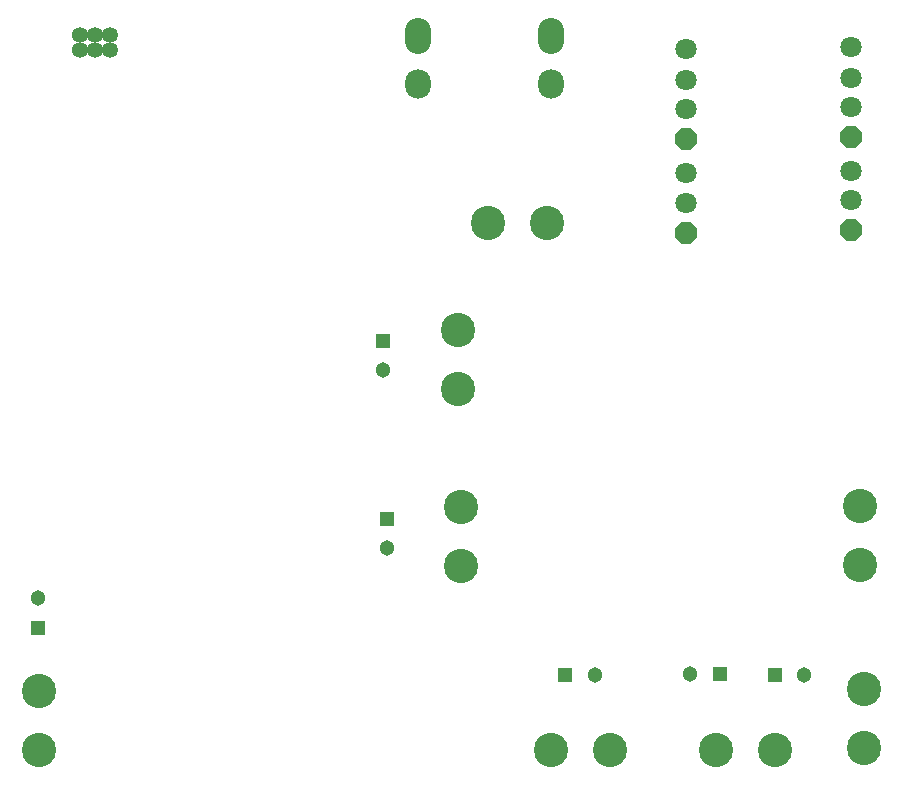
<source format=gbr>
%TF.GenerationSoftware,Altium Limited,Altium Designer,21.7.2 (23)*%
G04 Layer_Color=16711935*
%FSLAX45Y45*%
%MOMM*%
%TF.SameCoordinates,ACC8E456-25BC-4CB5-B469-56B585E6E94B*%
%TF.FilePolarity,Negative*%
%TF.FileFunction,Soldermask,Bot*%
%TF.Part,Single*%
G01*
G75*
%TA.AperFunction,ComponentPad*%
%ADD53C,1.80320*%
G04:AMPARAMS|DCode=54|XSize=1.8032mm|YSize=1.8032mm|CornerRadius=0mm|HoleSize=0mm|Usage=FLASHONLY|Rotation=90.000|XOffset=0mm|YOffset=0mm|HoleType=Round|Shape=Octagon|*
%AMOCTAGOND54*
4,1,8,0.45080,0.90160,-0.45080,0.90160,-0.90160,0.45080,-0.90160,-0.45080,-0.45080,-0.90160,0.45080,-0.90160,0.90160,-0.45080,0.90160,0.45080,0.45080,0.90160,0.0*
%
%ADD54OCTAGOND54*%

%ADD55C,2.90320*%
%ADD56R,1.30320X1.30320*%
%ADD57C,1.30320*%
%ADD58R,1.30320X1.30320*%
%ADD59C,1.35320*%
%ADD60O,2.20320X3.05320*%
%ADD61O,2.20320X2.48320*%
D53*
X7363160Y5265811D02*
D03*
Y5019811D02*
D03*
X5965660Y5247133D02*
D03*
Y5001133D02*
D03*
X5967660Y6037500D02*
D03*
Y5791500D02*
D03*
Y6299500D02*
D03*
X7365160Y6055000D02*
D03*
Y5809000D02*
D03*
Y6317000D02*
D03*
D54*
X7363160Y4765811D02*
D03*
X5965660Y4747133D02*
D03*
X5967660Y5537500D02*
D03*
X7365160Y5555000D02*
D03*
D55*
X4042500Y3920000D02*
D03*
Y3420000D02*
D03*
X488517Y365000D02*
D03*
Y865000D02*
D03*
X7477500Y880000D02*
D03*
Y380000D02*
D03*
X4290160Y4825000D02*
D03*
X4790160D02*
D03*
X7442500Y2430000D02*
D03*
Y1930000D02*
D03*
X4062500Y2422500D02*
D03*
Y1922500D02*
D03*
X6222500Y365000D02*
D03*
X6722500D02*
D03*
X5322500D02*
D03*
X4822500D02*
D03*
D56*
X485000Y1400000D02*
D03*
X3405000Y3830000D02*
D03*
X3435000Y2325000D02*
D03*
D57*
X485000Y1650000D02*
D03*
X6970000Y1005000D02*
D03*
X6007500Y1012500D02*
D03*
X3405000Y3580000D02*
D03*
X3435000Y2075000D02*
D03*
X5195000Y1002500D02*
D03*
D58*
X6720000Y1005000D02*
D03*
X6257500Y1012500D02*
D03*
X4945000Y1002500D02*
D03*
D59*
X1092160Y6422500D02*
D03*
Y6295500D02*
D03*
X965160Y6422500D02*
D03*
Y6295500D02*
D03*
X838160Y6422500D02*
D03*
Y6295500D02*
D03*
D60*
X3703160Y6407500D02*
D03*
X4827160D02*
D03*
D61*
X3703160Y6007500D02*
D03*
X4827160D02*
D03*
%TF.MD5,4bc1f30695e4b2a2ca703eb8bb600fbe*%
M02*

</source>
